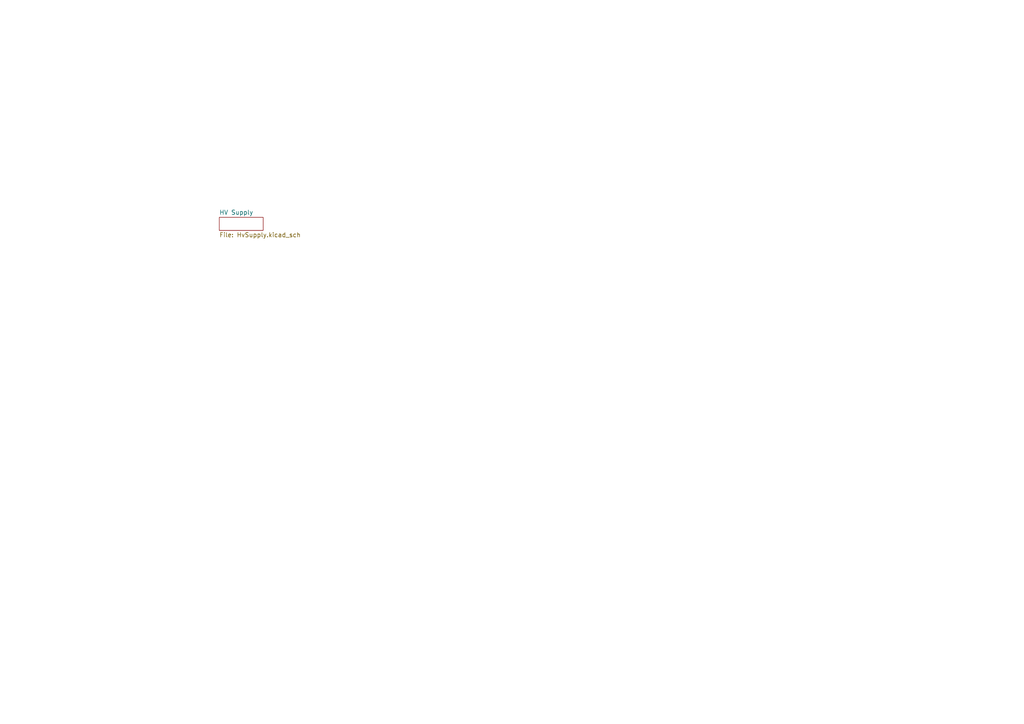
<source format=kicad_sch>
(kicad_sch
	(version 20231120)
	(generator "eeschema")
	(generator_version "8.0")
	(uuid "f37b5056-4078-4818-8bc7-3db6d9f9c6b3")
	(paper "A4")
	(title_block
		(title "Tiny Nixie Clock")
		(date "2024-07-05")
		(rev "V0R0")
		(comment 1 "creativecommons.org/licenses/by/4.0/")
		(comment 2 "Licence: CC BY 4.0")
		(comment 3 "Author: Michal Palič")
	)
	(lib_symbols)
	(sheet
		(at 63.6 63.04)
		(size 12.72 3.8)
		(fields_autoplaced yes)
		(stroke
			(width 0.1)
			(type solid)
		)
		(fill
			(color 0 0 0 0.0000)
		)
		(uuid "2fcecf23-f56b-4ac8-9f42-382ed668edae")
		(property "Sheetname" "HV Supply"
			(at 63.6 62.3546 0)
			(effects
				(font
					(size 1.27 1.27)
				)
				(justify left bottom)
			)
		)
		(property "Sheetfile" "HvSupply.kicad_sch"
			(at 63.6 67.3984 0)
			(effects
				(font
					(size 1.27 1.27)
				)
				(justify left top)
			)
		)
		(instances
			(project "nixie_clock"
				(path "/f37b5056-4078-4818-8bc7-3db6d9f9c6b3"
					(page "2")
				)
			)
		)
	)
	(sheet_instances
		(path "/"
			(page "1")
		)
	)
)

</source>
